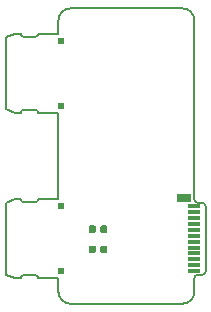
<source format=gtp>
G04 #@! TF.GenerationSoftware,KiCad,Pcbnew,(6.0.0-rc1-dev-1-g01c5bdfb8)*
G04 #@! TF.CreationDate,2019-02-19T09:48:00+01:00*
G04 #@! TF.ProjectId,PD-Injector,50442D496E6A6563746F722E6B696361,v1.2*
G04 #@! TF.SameCoordinates,Original*
G04 #@! TF.FileFunction,Paste,Top*
G04 #@! TF.FilePolarity,Positive*
%FSLAX46Y46*%
G04 Gerber Fmt 4.6, Leading zero omitted, Abs format (unit mm)*
G04 Created by KiCad (PCBNEW (6.0.0-rc1-dev-1-g01c5bdfb8)) date Tue Feb 19 09:48:00 2019*
%MOMM*%
%LPD*%
G01*
G04 APERTURE LIST*
%ADD10C,0.150000*%
%ADD11C,0.100000*%
%ADD12C,0.590000*%
%ADD13R,1.000000X0.340000*%
%ADD14R,1.150000X0.700000*%
%ADD15R,0.500000X0.500000*%
G04 APERTURE END LIST*
D10*
X30900000Y-22550000D02*
X30900000Y-15500000D01*
X30900000Y-38550000D02*
X30900000Y-37400000D01*
X17700000Y-30700000D02*
G75*
G02X17450000Y-30950000I-250000J0D01*
G01*
X16450000Y-30950000D02*
G75*
G02X16200000Y-30700000I0J250000D01*
G01*
X16200000Y-37400000D02*
G75*
G02X16450000Y-37150000I250000J0D01*
G01*
X17450000Y-37150000D02*
G75*
G02X17700000Y-37400000I0J-250000D01*
G01*
X17450000Y-23150000D02*
G75*
G02X17700000Y-23400000I0J-250000D01*
G01*
X16200000Y-23400000D02*
G75*
G02X16450000Y-23150000I250000J0D01*
G01*
X16450000Y-16950000D02*
G75*
G02X16200000Y-16700000I0J250000D01*
G01*
X17700000Y-16700000D02*
G75*
G02X17450000Y-16950000I-250000J0D01*
G01*
X19400000Y-37400000D02*
X19400000Y-38550000D01*
X17700000Y-37400000D02*
X19400000Y-37400000D01*
X16450000Y-37150000D02*
X17450000Y-37150000D01*
X15700000Y-37400000D02*
X16200000Y-37400000D01*
X14950000Y-37100000D02*
X15700000Y-37400000D01*
X14950000Y-31000000D02*
X14950000Y-37100000D01*
X15700000Y-30700000D02*
X14950000Y-31000000D01*
X16200000Y-30700000D02*
X15700000Y-30700000D01*
X17450000Y-30950000D02*
X16450000Y-30950000D01*
X19400000Y-30700000D02*
X17700000Y-30700000D01*
X19400000Y-23400000D02*
X19400000Y-30700000D01*
X17700000Y-23400000D02*
X19400000Y-23400000D01*
X16450000Y-23150000D02*
X17450000Y-23150000D01*
X15700000Y-23400000D02*
X16200000Y-23400000D01*
X14950000Y-23100000D02*
X15700000Y-23400000D01*
X14950000Y-17000000D02*
X14950000Y-23100000D01*
X15700000Y-16700000D02*
X14950000Y-17000000D01*
X16200000Y-16700000D02*
X15700000Y-16700000D01*
X17450000Y-16950000D02*
X16450000Y-16950000D01*
X19400000Y-16700000D02*
X17700000Y-16700000D01*
X19400000Y-15550000D02*
X19400000Y-16700000D01*
X31200000Y-31000000D02*
X31560000Y-31000000D01*
X30900000Y-30700000D02*
G75*
G03X31200000Y-31000000I300000J0D01*
G01*
X31860000Y-31300000D02*
X31860000Y-36800000D01*
X31860000Y-31300000D02*
G75*
G03X31560000Y-31000000I-300000J0D01*
G01*
X31560000Y-37100000D02*
X31200000Y-37100000D01*
X31560000Y-37100000D02*
G75*
G03X31860000Y-36800000I0J300000D01*
G01*
X31200000Y-37100000D02*
G75*
G03X30900000Y-37400000I0J-300000D01*
G01*
X30900000Y-15550000D02*
G75*
G03X29900000Y-14550000I-1000000J0D01*
G01*
X20400000Y-14550000D02*
G75*
G03X19400000Y-15550000I0J-1000000D01*
G01*
X19400000Y-38550000D02*
G75*
G03X20400000Y-39550000I1000000J0D01*
G01*
X29900000Y-39550000D02*
G75*
G03X30900000Y-38550000I0J1000000D01*
G01*
X20400000Y-39550000D02*
X29900000Y-39550000D01*
X29900000Y-14550000D02*
X20400000Y-14550000D01*
X30900000Y-30700000D02*
X30900000Y-22550000D01*
D11*
G04 #@! TO.C,R2*
G36*
X22426958Y-34630710D02*
X22441276Y-34632834D01*
X22455317Y-34636351D01*
X22468946Y-34641228D01*
X22482031Y-34647417D01*
X22494447Y-34654858D01*
X22506073Y-34663481D01*
X22516798Y-34673202D01*
X22526519Y-34683927D01*
X22535142Y-34695553D01*
X22542583Y-34707969D01*
X22548772Y-34721054D01*
X22553649Y-34734683D01*
X22557166Y-34748724D01*
X22559290Y-34763042D01*
X22560000Y-34777500D01*
X22560000Y-35122500D01*
X22559290Y-35136958D01*
X22557166Y-35151276D01*
X22553649Y-35165317D01*
X22548772Y-35178946D01*
X22542583Y-35192031D01*
X22535142Y-35204447D01*
X22526519Y-35216073D01*
X22516798Y-35226798D01*
X22506073Y-35236519D01*
X22494447Y-35245142D01*
X22482031Y-35252583D01*
X22468946Y-35258772D01*
X22455317Y-35263649D01*
X22441276Y-35267166D01*
X22426958Y-35269290D01*
X22412500Y-35270000D01*
X22117500Y-35270000D01*
X22103042Y-35269290D01*
X22088724Y-35267166D01*
X22074683Y-35263649D01*
X22061054Y-35258772D01*
X22047969Y-35252583D01*
X22035553Y-35245142D01*
X22023927Y-35236519D01*
X22013202Y-35226798D01*
X22003481Y-35216073D01*
X21994858Y-35204447D01*
X21987417Y-35192031D01*
X21981228Y-35178946D01*
X21976351Y-35165317D01*
X21972834Y-35151276D01*
X21970710Y-35136958D01*
X21970000Y-35122500D01*
X21970000Y-34777500D01*
X21970710Y-34763042D01*
X21972834Y-34748724D01*
X21976351Y-34734683D01*
X21981228Y-34721054D01*
X21987417Y-34707969D01*
X21994858Y-34695553D01*
X22003481Y-34683927D01*
X22013202Y-34673202D01*
X22023927Y-34663481D01*
X22035553Y-34654858D01*
X22047969Y-34647417D01*
X22061054Y-34641228D01*
X22074683Y-34636351D01*
X22088724Y-34632834D01*
X22103042Y-34630710D01*
X22117500Y-34630000D01*
X22412500Y-34630000D01*
X22426958Y-34630710D01*
X22426958Y-34630710D01*
G37*
D12*
X22265000Y-34950000D03*
D11*
G36*
X23396958Y-34630710D02*
X23411276Y-34632834D01*
X23425317Y-34636351D01*
X23438946Y-34641228D01*
X23452031Y-34647417D01*
X23464447Y-34654858D01*
X23476073Y-34663481D01*
X23486798Y-34673202D01*
X23496519Y-34683927D01*
X23505142Y-34695553D01*
X23512583Y-34707969D01*
X23518772Y-34721054D01*
X23523649Y-34734683D01*
X23527166Y-34748724D01*
X23529290Y-34763042D01*
X23530000Y-34777500D01*
X23530000Y-35122500D01*
X23529290Y-35136958D01*
X23527166Y-35151276D01*
X23523649Y-35165317D01*
X23518772Y-35178946D01*
X23512583Y-35192031D01*
X23505142Y-35204447D01*
X23496519Y-35216073D01*
X23486798Y-35226798D01*
X23476073Y-35236519D01*
X23464447Y-35245142D01*
X23452031Y-35252583D01*
X23438946Y-35258772D01*
X23425317Y-35263649D01*
X23411276Y-35267166D01*
X23396958Y-35269290D01*
X23382500Y-35270000D01*
X23087500Y-35270000D01*
X23073042Y-35269290D01*
X23058724Y-35267166D01*
X23044683Y-35263649D01*
X23031054Y-35258772D01*
X23017969Y-35252583D01*
X23005553Y-35245142D01*
X22993927Y-35236519D01*
X22983202Y-35226798D01*
X22973481Y-35216073D01*
X22964858Y-35204447D01*
X22957417Y-35192031D01*
X22951228Y-35178946D01*
X22946351Y-35165317D01*
X22942834Y-35151276D01*
X22940710Y-35136958D01*
X22940000Y-35122500D01*
X22940000Y-34777500D01*
X22940710Y-34763042D01*
X22942834Y-34748724D01*
X22946351Y-34734683D01*
X22951228Y-34721054D01*
X22957417Y-34707969D01*
X22964858Y-34695553D01*
X22973481Y-34683927D01*
X22983202Y-34673202D01*
X22993927Y-34663481D01*
X23005553Y-34654858D01*
X23017969Y-34647417D01*
X23031054Y-34641228D01*
X23044683Y-34636351D01*
X23058724Y-34632834D01*
X23073042Y-34630710D01*
X23087500Y-34630000D01*
X23382500Y-34630000D01*
X23396958Y-34630710D01*
X23396958Y-34630710D01*
G37*
D12*
X23235000Y-34950000D03*
G04 #@! TD*
D11*
G04 #@! TO.C,R1*
G36*
X22426958Y-32930710D02*
X22441276Y-32932834D01*
X22455317Y-32936351D01*
X22468946Y-32941228D01*
X22482031Y-32947417D01*
X22494447Y-32954858D01*
X22506073Y-32963481D01*
X22516798Y-32973202D01*
X22526519Y-32983927D01*
X22535142Y-32995553D01*
X22542583Y-33007969D01*
X22548772Y-33021054D01*
X22553649Y-33034683D01*
X22557166Y-33048724D01*
X22559290Y-33063042D01*
X22560000Y-33077500D01*
X22560000Y-33422500D01*
X22559290Y-33436958D01*
X22557166Y-33451276D01*
X22553649Y-33465317D01*
X22548772Y-33478946D01*
X22542583Y-33492031D01*
X22535142Y-33504447D01*
X22526519Y-33516073D01*
X22516798Y-33526798D01*
X22506073Y-33536519D01*
X22494447Y-33545142D01*
X22482031Y-33552583D01*
X22468946Y-33558772D01*
X22455317Y-33563649D01*
X22441276Y-33567166D01*
X22426958Y-33569290D01*
X22412500Y-33570000D01*
X22117500Y-33570000D01*
X22103042Y-33569290D01*
X22088724Y-33567166D01*
X22074683Y-33563649D01*
X22061054Y-33558772D01*
X22047969Y-33552583D01*
X22035553Y-33545142D01*
X22023927Y-33536519D01*
X22013202Y-33526798D01*
X22003481Y-33516073D01*
X21994858Y-33504447D01*
X21987417Y-33492031D01*
X21981228Y-33478946D01*
X21976351Y-33465317D01*
X21972834Y-33451276D01*
X21970710Y-33436958D01*
X21970000Y-33422500D01*
X21970000Y-33077500D01*
X21970710Y-33063042D01*
X21972834Y-33048724D01*
X21976351Y-33034683D01*
X21981228Y-33021054D01*
X21987417Y-33007969D01*
X21994858Y-32995553D01*
X22003481Y-32983927D01*
X22013202Y-32973202D01*
X22023927Y-32963481D01*
X22035553Y-32954858D01*
X22047969Y-32947417D01*
X22061054Y-32941228D01*
X22074683Y-32936351D01*
X22088724Y-32932834D01*
X22103042Y-32930710D01*
X22117500Y-32930000D01*
X22412500Y-32930000D01*
X22426958Y-32930710D01*
X22426958Y-32930710D01*
G37*
D12*
X22265000Y-33250000D03*
D11*
G36*
X23396958Y-32930710D02*
X23411276Y-32932834D01*
X23425317Y-32936351D01*
X23438946Y-32941228D01*
X23452031Y-32947417D01*
X23464447Y-32954858D01*
X23476073Y-32963481D01*
X23486798Y-32973202D01*
X23496519Y-32983927D01*
X23505142Y-32995553D01*
X23512583Y-33007969D01*
X23518772Y-33021054D01*
X23523649Y-33034683D01*
X23527166Y-33048724D01*
X23529290Y-33063042D01*
X23530000Y-33077500D01*
X23530000Y-33422500D01*
X23529290Y-33436958D01*
X23527166Y-33451276D01*
X23523649Y-33465317D01*
X23518772Y-33478946D01*
X23512583Y-33492031D01*
X23505142Y-33504447D01*
X23496519Y-33516073D01*
X23486798Y-33526798D01*
X23476073Y-33536519D01*
X23464447Y-33545142D01*
X23452031Y-33552583D01*
X23438946Y-33558772D01*
X23425317Y-33563649D01*
X23411276Y-33567166D01*
X23396958Y-33569290D01*
X23382500Y-33570000D01*
X23087500Y-33570000D01*
X23073042Y-33569290D01*
X23058724Y-33567166D01*
X23044683Y-33563649D01*
X23031054Y-33558772D01*
X23017969Y-33552583D01*
X23005553Y-33545142D01*
X22993927Y-33536519D01*
X22983202Y-33526798D01*
X22973481Y-33516073D01*
X22964858Y-33504447D01*
X22957417Y-33492031D01*
X22951228Y-33478946D01*
X22946351Y-33465317D01*
X22942834Y-33451276D01*
X22940710Y-33436958D01*
X22940000Y-33422500D01*
X22940000Y-33077500D01*
X22940710Y-33063042D01*
X22942834Y-33048724D01*
X22946351Y-33034683D01*
X22951228Y-33021054D01*
X22957417Y-33007969D01*
X22964858Y-32995553D01*
X22973481Y-32983927D01*
X22983202Y-32973202D01*
X22993927Y-32963481D01*
X23005553Y-32954858D01*
X23017969Y-32947417D01*
X23031054Y-32941228D01*
X23044683Y-32936351D01*
X23058724Y-32932834D01*
X23073042Y-32930710D01*
X23087500Y-32930000D01*
X23382500Y-32930000D01*
X23396958Y-32930710D01*
X23396958Y-32930710D01*
G37*
D12*
X23235000Y-33250000D03*
G04 #@! TD*
D13*
G04 #@! TO.C,P1*
X30860000Y-31300000D03*
X30860000Y-31800000D03*
X30860000Y-32300000D03*
X30860000Y-32800000D03*
X30860000Y-33300000D03*
X30860000Y-33800000D03*
X30860000Y-34300000D03*
X30860000Y-34800000D03*
X30860000Y-35300000D03*
X30860000Y-35800000D03*
X30860000Y-36300000D03*
X30860000Y-36800000D03*
D14*
X30020000Y-30630000D03*
G04 #@! TD*
D15*
G04 #@! TO.C,J2*
X19650000Y-31300000D03*
X19650000Y-36800000D03*
G04 #@! TD*
G04 #@! TO.C,J1*
X19650000Y-22800000D03*
X19650000Y-17300000D03*
G04 #@! TD*
M02*

</source>
